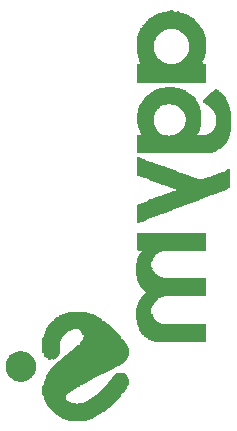
<source format=gbo>
G04*
G04 #@! TF.GenerationSoftware,Altium Limited,Altium Designer,22.1.2 (22)*
G04*
G04 Layer_Color=32896*
%FSLAX24Y24*%
%MOIN*%
G70*
G04*
G04 #@! TF.SameCoordinates,162C4C40-B8F5-4961-9C55-0291AD4F2388*
G04*
G04*
G04 #@! TF.FilePolarity,Positive*
G04*
G01*
G75*
G36*
X8444Y7268D02*
X8433Y7287D01*
X8414Y7295D01*
X8352Y7291D01*
X8305Y7295D01*
X8296Y7304D01*
X8292Y7312D01*
X8275Y7329D01*
X8267Y7333D01*
X8257Y7343D01*
X8246Y7362D01*
X8228Y7368D01*
X8201Y7364D01*
X8184Y7378D01*
X8172Y7397D01*
X8166Y7403D01*
X8159Y7407D01*
X8141Y7424D01*
X8138Y7432D01*
X8132Y7438D01*
X8124Y7441D01*
X8110Y7451D01*
X8107Y7467D01*
X8103Y7505D01*
X8097Y7511D01*
X8078Y7523D01*
X8072Y7528D01*
X8068Y7544D01*
X8072Y7559D01*
X8068Y7579D01*
X8062Y7584D01*
X8037Y7598D01*
X8033Y7613D01*
X8029Y7625D01*
X8033Y7636D01*
X8031Y7928D01*
X8035Y7947D01*
X8043Y7955D01*
X8062Y7967D01*
X8068Y7972D01*
X8072Y7988D01*
X8068Y8011D01*
X8078Y8028D01*
X8097Y8040D01*
X8107Y8050D01*
X8110Y8057D01*
X8124Y8071D01*
X8141Y8080D01*
X8145Y8096D01*
X8149Y8135D01*
X8159Y8144D01*
X8178Y8156D01*
X8192Y8177D01*
X8197Y8183D01*
X8248Y8187D01*
X8253Y8192D01*
X8267Y8218D01*
X8284Y8219D01*
X8313Y8218D01*
X8327Y8231D01*
X8331Y8239D01*
X8344Y8256D01*
X8369Y8258D01*
X8392Y8254D01*
X8414Y8252D01*
X8433Y8264D01*
X8439Y8270D01*
X8443Y8277D01*
X8452Y8291D01*
X8468Y8295D01*
X8524Y8293D01*
X8541Y8295D01*
X8553Y8291D01*
X8603Y8295D01*
X8622Y8283D01*
X8636Y8262D01*
X8641Y8256D01*
X8668Y8252D01*
X8684Y8256D01*
X8705Y8258D01*
X8724Y8254D01*
X8736Y8243D01*
X8748Y8223D01*
X8753Y8218D01*
X8790Y8219D01*
X8804Y8214D01*
X8819Y8191D01*
X8827Y8183D01*
X8834Y8179D01*
X8848Y8165D01*
X8852Y8158D01*
X8865Y8144D01*
X8873Y8140D01*
X8887Y8127D01*
X8890Y8119D01*
X8900Y8109D01*
X8908Y8106D01*
X8921Y8092D01*
X8925Y8084D01*
X8939Y8071D01*
X8946Y8067D01*
X8956Y8061D01*
X8960Y8046D01*
X8964Y8007D01*
X8973Y7997D01*
X8993Y7986D01*
X8999Y7969D01*
X8997Y7943D01*
X9002Y7930D01*
X9008Y7924D01*
X9027Y7913D01*
X9033Y7907D01*
X9037Y7880D01*
X9033Y7868D01*
X9035Y7650D01*
X9029Y7636D01*
X9020Y7627D01*
X9000Y7615D01*
X8995Y7598D01*
X8999Y7536D01*
X8981Y7515D01*
X8973Y7511D01*
X8960Y7497D01*
X8956Y7490D01*
X8946Y7480D01*
X8939Y7476D01*
X8925Y7467D01*
X8921Y7451D01*
X8923Y7426D01*
X8917Y7413D01*
X8912Y7407D01*
X8892Y7395D01*
X8887Y7389D01*
X8875Y7370D01*
X8858Y7364D01*
X8831Y7368D01*
X8813Y7355D01*
X8804Y7333D01*
X8788Y7329D01*
X8746Y7326D01*
X8726Y7295D01*
X8711Y7291D01*
X8647Y7293D01*
X8632Y7285D01*
X8618Y7260D01*
X8599Y7252D01*
X8537Y7256D01*
X8462Y7254D01*
X8446Y7262D01*
Y7266D01*
X8444Y7268D01*
D02*
G37*
G36*
X10306Y8997D02*
X10232Y8994D01*
X10219Y8980D01*
X10209Y8963D01*
X10194Y8959D01*
X10130Y8961D01*
X10116Y8951D01*
X10111Y8945D01*
X10107Y8938D01*
X10093Y8924D01*
X10085Y8920D01*
X10072Y8907D01*
X10068Y8899D01*
X10055Y8886D01*
X10047Y8882D01*
X10033Y8868D01*
X10029Y8860D01*
X10020Y8851D01*
X10012Y8847D01*
X9999Y8833D01*
X9995Y8826D01*
X9981Y8812D01*
X9973Y8808D01*
X9960Y8795D01*
X9956Y8787D01*
X9943Y8774D01*
X9925Y8764D01*
X9921Y8737D01*
X9925Y8725D01*
X9914Y8706D01*
X9908Y8700D01*
X9896Y8696D01*
X9887Y8687D01*
X9883Y8636D01*
X9877Y8631D01*
X9858Y8619D01*
X9848Y8609D01*
X9850Y8202D01*
X9840Y8189D01*
X9834Y8183D01*
X9815Y8171D01*
X9811Y8125D01*
X9802Y8111D01*
X9780Y8098D01*
X9761Y8075D01*
X9753Y8067D01*
X9746Y8063D01*
X9740Y8057D01*
X9728Y8038D01*
X9711Y8032D01*
X9672Y8028D01*
X9667Y8023D01*
X9655Y8003D01*
X9649Y7997D01*
X9634Y7994D01*
X9583Y7997D01*
X9462Y7996D01*
X9443Y8011D01*
X9431Y8030D01*
X9381Y8034D01*
X9369Y8046D01*
X9358Y8065D01*
X9338Y8077D01*
X9334Y8084D01*
X9327Y8092D01*
X9323Y8100D01*
X9317Y8106D01*
X9298Y8117D01*
X9292Y8135D01*
X9294Y8198D01*
X9278Y8218D01*
X9259Y8229D01*
X9253Y8250D01*
X9257Y8301D01*
X9255Y8716D01*
X9261Y8729D01*
X9267Y8735D01*
X9286Y8747D01*
X9292Y8752D01*
X9296Y8768D01*
X9292Y8830D01*
X9305Y8847D01*
X9325Y8858D01*
X9331Y8864D01*
X9329Y8936D01*
X9334Y8949D01*
X9344Y8959D01*
X9363Y8970D01*
X9369Y8988D01*
X9365Y9015D01*
X9375Y9028D01*
X9383Y9032D01*
X9404Y9050D01*
X9408Y9057D01*
X9421Y9071D01*
X9429Y9075D01*
X9443Y9088D01*
X9446Y9135D01*
X9456Y9144D01*
X9464Y9148D01*
X9481Y9165D01*
X9485Y9173D01*
X9491Y9179D01*
X9499Y9183D01*
X9516Y9200D01*
X9520Y9208D01*
X9529Y9218D01*
X9537Y9221D01*
X9555Y9239D01*
X9558Y9247D01*
X9568Y9256D01*
X9576Y9260D01*
X9589Y9274D01*
X9593Y9281D01*
X9603Y9291D01*
X9611Y9295D01*
X9628Y9312D01*
X9632Y9320D01*
X9641Y9330D01*
X9649Y9333D01*
X9667Y9351D01*
X9670Y9358D01*
X9680Y9368D01*
X9688Y9372D01*
X9701Y9386D01*
X9705Y9393D01*
X9715Y9403D01*
X9730Y9407D01*
X9746Y9403D01*
X9761Y9407D01*
X9775Y9420D01*
X9778Y9428D01*
X9792Y9442D01*
X9800Y9445D01*
X9809Y9455D01*
X9813Y9463D01*
X9823Y9476D01*
X9838Y9480D01*
X9863Y9478D01*
X9877Y9484D01*
X9883Y9490D01*
X9894Y9509D01*
X9900Y9515D01*
X9927Y9519D01*
X9954Y9515D01*
X9985Y9519D01*
X9995Y9528D01*
X10006Y9548D01*
X10012Y9553D01*
X10084Y9552D01*
X10097Y9557D01*
X10107Y9567D01*
X10118Y9586D01*
X10136Y9592D01*
X10221Y9588D01*
X10721Y9590D01*
X10734Y9581D01*
X10748Y9559D01*
X10753Y9553D01*
X10780Y9550D01*
X10796Y9553D01*
X10838Y9550D01*
X10848Y9540D01*
X10860Y9521D01*
X10877Y9515D01*
X10937Y9517D01*
X10950Y9511D01*
X10960Y9501D01*
X10972Y9482D01*
X10989Y9476D01*
X11000Y9480D01*
X11024Y9476D01*
X11029Y9470D01*
X11033Y9463D01*
X11051Y9442D01*
X11058Y9438D01*
X11072Y9424D01*
X11076Y9416D01*
X11085Y9407D01*
X11101Y9403D01*
X11124Y9407D01*
X11141Y9397D01*
X11157Y9370D01*
X11207Y9366D01*
X11219Y9355D01*
X11230Y9335D01*
X11253Y9320D01*
X11257Y9312D01*
X11271Y9295D01*
X11284Y9293D01*
X11313Y9295D01*
X11327Y9285D01*
X11338Y9266D01*
X11348Y9256D01*
X11356Y9252D01*
X11369Y9239D01*
X11373Y9231D01*
X11383Y9221D01*
X11390Y9218D01*
X11404Y9204D01*
X11408Y9196D01*
X11414Y9187D01*
X11429Y9183D01*
X11468Y9179D01*
X11477Y9169D01*
X11481Y9162D01*
X11487Y9152D01*
X11495Y9148D01*
X11512Y9135D01*
X11516Y9127D01*
X11537Y9106D01*
X11545Y9102D01*
X11551Y9096D01*
X11555Y9088D01*
X11576Y9067D01*
X11584Y9063D01*
X11593Y9050D01*
X11611Y9032D01*
X11618Y9028D01*
X11624Y9023D01*
X11628Y9015D01*
X11649Y8994D01*
X11657Y8990D01*
X11663Y8984D01*
X11667Y8976D01*
X11684Y8959D01*
X11692Y8955D01*
X11697Y8949D01*
X11701Y8942D01*
X11723Y8920D01*
X11730Y8916D01*
X11736Y8911D01*
X11740Y8903D01*
X11761Y8882D01*
X11769Y8878D01*
X11788Y8855D01*
X11796Y8847D01*
X11804Y8843D01*
X11809Y8837D01*
X11813Y8830D01*
X11834Y8808D01*
X11842Y8804D01*
X11848Y8799D01*
X11852Y8791D01*
X11862Y8777D01*
X11881Y8766D01*
X11887Y8760D01*
X11890Y8710D01*
X11914Y8694D01*
X11925Y8683D01*
X11929Y8675D01*
X11939Y8665D01*
X11946Y8662D01*
X11960Y8648D01*
X11964Y8640D01*
X11977Y8627D01*
X11985Y8623D01*
X11995Y8617D01*
X11999Y8602D01*
X12002Y8563D01*
X12012Y8553D01*
X12029Y8544D01*
X12033Y8536D01*
X12047Y8519D01*
X12055Y8515D01*
X12072Y8501D01*
X12076Y8451D01*
X12082Y8445D01*
X12107Y8432D01*
X12111Y8416D01*
X12114Y8378D01*
X12124Y8368D01*
X12143Y8357D01*
X12149Y8335D01*
X12145Y8285D01*
X12147Y8129D01*
X12140Y8113D01*
X12112Y8098D01*
X12109Y8048D01*
X12097Y8036D01*
X12089Y8032D01*
X12080Y8026D01*
X12076Y8019D01*
X12068Y8011D01*
X12064Y8003D01*
X12051Y7994D01*
X12033Y7976D01*
X12029Y7969D01*
X12024Y7963D01*
X12016Y7959D01*
X11995Y7938D01*
X11991Y7930D01*
X11977Y7920D01*
X11960Y7903D01*
X11956Y7895D01*
X11950Y7889D01*
X11943Y7885D01*
X11935Y7878D01*
X11929Y7876D01*
X11925Y7868D01*
X11908Y7847D01*
X11858Y7843D01*
X11844Y7822D01*
X11834Y7812D01*
X11827Y7808D01*
X11813Y7795D01*
X11809Y7787D01*
X11804Y7777D01*
X11788Y7774D01*
X11750Y7770D01*
X11740Y7760D01*
X11728Y7741D01*
X11711Y7735D01*
X11695Y7739D01*
X11676Y7735D01*
X11667Y7725D01*
X11657Y7704D01*
X11641Y7700D01*
X11599Y7696D01*
X11580Y7665D01*
X11564Y7662D01*
X11526Y7658D01*
X11520Y7652D01*
X11508Y7633D01*
X11502Y7627D01*
X11452Y7623D01*
X11446Y7617D01*
X11433Y7592D01*
X11417Y7588D01*
X11379Y7584D01*
X11369Y7575D01*
X11358Y7555D01*
X11340Y7550D01*
X11325Y7553D01*
X11306Y7550D01*
X11300Y7544D01*
X11296Y7536D01*
X11286Y7519D01*
X11271Y7515D01*
X11232Y7511D01*
X11223Y7501D01*
X11211Y7482D01*
X11194Y7476D01*
X11155Y7472D01*
X11149Y7467D01*
X11138Y7447D01*
X11132Y7441D01*
X11082Y7438D01*
X11076Y7432D01*
X11062Y7407D01*
X11047Y7403D01*
X11008Y7399D01*
X10999Y7389D01*
X10987Y7370D01*
X10970Y7364D01*
X10943Y7368D01*
X10929Y7358D01*
X10925Y7351D01*
X10916Y7333D01*
X10900Y7329D01*
X10862Y7326D01*
X10852Y7316D01*
X10840Y7297D01*
X10823Y7291D01*
X10798Y7293D01*
X10784Y7287D01*
X10778Y7281D01*
X10767Y7262D01*
X10761Y7256D01*
X10753Y7252D01*
X10744Y7246D01*
X10740Y7239D01*
X10723Y7218D01*
X10672Y7214D01*
X10653Y7183D01*
X10638Y7179D01*
X10611Y7183D01*
X10593Y7169D01*
X10582Y7150D01*
X10576Y7144D01*
X10526Y7140D01*
X10520Y7135D01*
X10508Y7115D01*
X10502Y7109D01*
X10495Y7106D01*
X10477Y7088D01*
X10473Y7080D01*
X10464Y7071D01*
X10417Y7067D01*
X10404Y7053D01*
X10400Y7042D01*
X10390Y7032D01*
X10340Y7028D01*
X10334Y7023D01*
X10323Y7003D01*
X10317Y6997D01*
X10309Y6994D01*
X10292Y6976D01*
X10288Y6968D01*
X10278Y6959D01*
X10228Y6955D01*
X10213Y6932D01*
X10201Y6920D01*
X10194Y6916D01*
X10184Y6907D01*
X10180Y6899D01*
X10170Y6885D01*
X10120Y6882D01*
X10111Y6872D01*
X10099Y6853D01*
X10076Y6837D01*
X10072Y6829D01*
X10062Y6816D01*
X10055Y6812D01*
X10037Y6799D01*
X10033Y6783D01*
X10035Y6731D01*
X10033Y6679D01*
X10051Y6662D01*
X10058Y6658D01*
X10072Y6644D01*
X10076Y6636D01*
X10085Y6627D01*
X10101Y6623D01*
X10116Y6627D01*
X10136Y6623D01*
X10141Y6617D01*
X10157Y6590D01*
X10207Y6586D01*
X10219Y6575D01*
X10230Y6555D01*
X10248Y6550D01*
X10284Y6551D01*
X10313Y6550D01*
X10325Y6553D01*
X10356Y6550D01*
X10365Y6540D01*
X10377Y6521D01*
X10383Y6515D01*
X10398Y6511D01*
X10425Y6515D01*
X10435Y6521D01*
X10439Y6528D01*
X10456Y6550D01*
X10472Y6553D01*
X10533Y6550D01*
X10566Y6551D01*
X10607Y6550D01*
X10624Y6563D01*
X10636Y6582D01*
X10641Y6588D01*
X10692Y6592D01*
X10697Y6598D01*
X10711Y6623D01*
X10738Y6627D01*
X10750Y6623D01*
X10771Y6633D01*
X10786Y6660D01*
X10836Y6663D01*
X10848Y6675D01*
X10860Y6694D01*
X10883Y6710D01*
X10887Y6718D01*
X10900Y6735D01*
X10916Y6739D01*
X10927Y6735D01*
X10950Y6739D01*
X10956Y6745D01*
X10968Y6764D01*
X10977Y6773D01*
X10985Y6777D01*
X10999Y6791D01*
X11008Y6808D01*
X11024Y6812D01*
X11051Y6808D01*
X11072Y6826D01*
X11082Y6843D01*
X11089Y6847D01*
X11107Y6860D01*
X11111Y6868D01*
X11116Y6878D01*
X11124Y6882D01*
X11132Y6889D01*
X11140Y6893D01*
X11149Y6907D01*
X11155Y6916D01*
X11163Y6920D01*
X11180Y6934D01*
X11184Y6941D01*
X11205Y6963D01*
X11213Y6967D01*
X11232Y6990D01*
X11244Y7001D01*
X11251Y7005D01*
X11271Y7028D01*
X11279Y7036D01*
X11286Y7040D01*
X11292Y7046D01*
X11296Y7053D01*
X11302Y7063D01*
X11309Y7067D01*
X11317Y7075D01*
X11325Y7079D01*
X11334Y7092D01*
X11340Y7102D01*
X11348Y7106D01*
X11365Y7119D01*
X11369Y7127D01*
X11390Y7148D01*
X11398Y7152D01*
X11404Y7158D01*
X11408Y7165D01*
X11417Y7179D01*
X11437Y7190D01*
X11443Y7196D01*
X11446Y7246D01*
X11470Y7262D01*
X11481Y7274D01*
X11485Y7281D01*
X11495Y7291D01*
X11502Y7295D01*
X11516Y7308D01*
X11520Y7316D01*
X11533Y7329D01*
X11551Y7339D01*
X11555Y7355D01*
X11558Y7393D01*
X11568Y7403D01*
X11585Y7413D01*
X11589Y7420D01*
X11603Y7438D01*
X11611Y7441D01*
X11632Y7463D01*
X11636Y7470D01*
X11641Y7476D01*
X11649Y7480D01*
X11659Y7486D01*
X11663Y7494D01*
X11676Y7511D01*
X11684Y7515D01*
X11697Y7524D01*
X11701Y7532D01*
X11715Y7550D01*
X11730Y7553D01*
X11779Y7552D01*
X11919Y7553D01*
X11931Y7550D01*
X11958Y7553D01*
X11985Y7550D01*
X11995Y7540D01*
X11999Y7532D01*
X12020Y7511D01*
X12028Y7507D01*
X12033Y7501D01*
X12037Y7494D01*
X12055Y7476D01*
X12062Y7472D01*
X12068Y7467D01*
X12072Y7459D01*
X12080Y7451D01*
X12082Y7445D01*
X12089Y7441D01*
X12111Y7424D01*
X12114Y7374D01*
X12145Y7355D01*
X12149Y7328D01*
X12145Y7301D01*
X12147Y7163D01*
X12138Y7150D01*
X12114Y7135D01*
X12111Y7127D01*
X12097Y7109D01*
X12078Y7098D01*
X12072Y7092D01*
X12068Y7042D01*
X12062Y7036D01*
X12043Y7024D01*
X12037Y7019D01*
X12033Y7011D01*
X12016Y6994D01*
X12008Y6990D01*
X11999Y6980D01*
X11995Y6934D01*
X11985Y6924D01*
X11977Y6920D01*
X11960Y6903D01*
X11956Y6895D01*
X11946Y6885D01*
X11939Y6882D01*
X11921Y6864D01*
X11918Y6857D01*
X11908Y6847D01*
X11890Y6837D01*
X11887Y6822D01*
X11883Y6783D01*
X11877Y6777D01*
X11869Y6773D01*
X11852Y6760D01*
X11848Y6752D01*
X11842Y6743D01*
X11834Y6739D01*
X11817Y6725D01*
X11813Y6718D01*
X11792Y6696D01*
X11784Y6692D01*
X11779Y6687D01*
X11775Y6679D01*
X11753Y6658D01*
X11746Y6654D01*
X11736Y6640D01*
X11719Y6623D01*
X11711Y6619D01*
X11705Y6613D01*
X11701Y6606D01*
X11680Y6584D01*
X11672Y6580D01*
X11667Y6575D01*
X11663Y6567D01*
X11657Y6557D01*
X11649Y6553D01*
X11641Y6546D01*
X11634Y6542D01*
X11624Y6528D01*
X11607Y6511D01*
X11599Y6507D01*
X11593Y6501D01*
X11589Y6494D01*
X11584Y6484D01*
X11576Y6480D01*
X11568Y6472D01*
X11560Y6468D01*
X11551Y6455D01*
X11545Y6445D01*
X11537Y6441D01*
X11520Y6428D01*
X11516Y6420D01*
X11510Y6411D01*
X11502Y6407D01*
X11495Y6399D01*
X11487Y6395D01*
X11481Y6389D01*
X11470Y6370D01*
X11452Y6364D01*
X11427Y6366D01*
X11414Y6360D01*
X11398Y6337D01*
X11390Y6329D01*
X11383Y6326D01*
X11365Y6308D01*
X11362Y6301D01*
X11356Y6295D01*
X11348Y6291D01*
X11331Y6273D01*
X11327Y6266D01*
X11317Y6256D01*
X11302Y6252D01*
X11286Y6256D01*
X11271Y6252D01*
X11257Y6239D01*
X11253Y6231D01*
X11240Y6218D01*
X11232Y6214D01*
X11223Y6204D01*
X11219Y6196D01*
X11209Y6183D01*
X11194Y6179D01*
X11168Y6181D01*
X11155Y6175D01*
X11149Y6169D01*
X11138Y6150D01*
X11132Y6144D01*
X11082Y6140D01*
X11066Y6117D01*
X11055Y6106D01*
X11047Y6102D01*
X11033Y6088D01*
X11024Y6071D01*
X11000Y6067D01*
X10989Y6071D01*
X10973Y6067D01*
X10964Y6057D01*
X10952Y6038D01*
X10946Y6032D01*
X10919Y6028D01*
X10908Y6032D01*
X10881Y6036D01*
X10869Y6032D01*
X10862Y6028D01*
X10852Y6019D01*
X10848Y6011D01*
X10838Y5997D01*
X10823Y5994D01*
X10759Y5996D01*
X10744Y5988D01*
X10730Y5963D01*
X10711Y5955D01*
X10649Y5959D01*
X10130Y5957D01*
X10114Y5965D01*
X10101Y5990D01*
X10082Y5997D01*
X10016Y5994D01*
X10002Y6003D01*
X9999Y6011D01*
X9981Y6032D01*
X9954Y6036D01*
X9943Y6032D01*
X9916Y6028D01*
X9904Y6032D01*
X9896Y6036D01*
X9890Y6042D01*
X9887Y6050D01*
X9873Y6067D01*
X9858Y6071D01*
X9834Y6067D01*
X9817Y6077D01*
X9805Y6096D01*
X9796Y6106D01*
X9788Y6109D01*
X9775Y6123D01*
X9765Y6140D01*
X9750Y6144D01*
X9711Y6148D01*
X9701Y6158D01*
X9692Y6175D01*
X9684Y6179D01*
X9667Y6192D01*
X9663Y6200D01*
X9657Y6210D01*
X9649Y6214D01*
X9641Y6221D01*
X9634Y6225D01*
X9624Y6239D01*
X9618Y6248D01*
X9611Y6252D01*
X9603Y6260D01*
X9595Y6264D01*
X9585Y6277D01*
X9568Y6295D01*
X9560Y6299D01*
X9551Y6312D01*
X9545Y6322D01*
X9537Y6326D01*
X9529Y6333D01*
X9522Y6337D01*
X9512Y6351D01*
X9506Y6360D01*
X9499Y6364D01*
X9491Y6372D01*
X9485Y6374D01*
X9481Y6382D01*
X9473Y6389D01*
X9472Y6395D01*
X9464Y6399D01*
X9456Y6407D01*
X9448Y6411D01*
X9433Y6434D01*
X9406Y6453D01*
X9402Y6499D01*
X9394Y6511D01*
X9369Y6524D01*
X9365Y6548D01*
X9369Y6559D01*
X9365Y6575D01*
X9352Y6588D01*
X9333Y6600D01*
X9329Y6650D01*
X9321Y6658D01*
X9302Y6669D01*
X9292Y6679D01*
X9294Y6789D01*
X9286Y6804D01*
X9278Y6808D01*
X9261Y6818D01*
X9253Y6837D01*
X9257Y6899D01*
X9255Y7121D01*
X9261Y7135D01*
X9267Y7140D01*
X9275Y7144D01*
X9292Y7158D01*
X9296Y7185D01*
X9292Y7212D01*
X9296Y7281D01*
X9302Y7287D01*
X9309Y7291D01*
X9327Y7301D01*
X9331Y7316D01*
X9334Y7358D01*
X9365Y7378D01*
X9369Y7393D01*
X9365Y7455D01*
X9375Y7472D01*
X9394Y7484D01*
X9404Y7494D01*
X9408Y7501D01*
X9421Y7515D01*
X9429Y7519D01*
X9439Y7524D01*
X9443Y7540D01*
X9446Y7579D01*
X9456Y7588D01*
X9464Y7592D01*
X9473Y7598D01*
X9477Y7606D01*
X9491Y7623D01*
X9499Y7627D01*
X9516Y7640D01*
X9520Y7691D01*
X9526Y7696D01*
X9545Y7708D01*
X9551Y7714D01*
X9555Y7721D01*
X9572Y7739D01*
X9580Y7743D01*
X9589Y7752D01*
X9593Y7760D01*
X9611Y7777D01*
X9618Y7781D01*
X9624Y7787D01*
X9628Y7795D01*
X9645Y7812D01*
X9653Y7816D01*
X9663Y7826D01*
X9667Y7833D01*
X9684Y7851D01*
X9692Y7855D01*
X9697Y7860D01*
X9701Y7868D01*
X9722Y7889D01*
X9730Y7893D01*
X9736Y7899D01*
X9740Y7907D01*
X9757Y7924D01*
X9765Y7928D01*
X9775Y7938D01*
X9786Y7957D01*
X9836Y7961D01*
X9844Y7969D01*
X9848Y7976D01*
X9861Y7994D01*
X9869Y7997D01*
X9890Y8019D01*
X9894Y8026D01*
X9900Y8032D01*
X9908Y8036D01*
X9925Y8053D01*
X9929Y8061D01*
X9935Y8067D01*
X9943Y8071D01*
X9964Y8092D01*
X9968Y8100D01*
X9973Y8106D01*
X9981Y8109D01*
X9991Y8115D01*
X9995Y8123D01*
X10012Y8144D01*
X10062Y8148D01*
X10078Y8171D01*
X10089Y8183D01*
X10097Y8187D01*
X10107Y8196D01*
X10111Y8204D01*
X10128Y8221D01*
X10136Y8225D01*
X10145Y8235D01*
X10149Y8243D01*
X10163Y8256D01*
X10170Y8260D01*
X10184Y8274D01*
X10194Y8291D01*
X10209Y8295D01*
X10236Y8291D01*
X10253Y8304D01*
X10257Y8312D01*
X10267Y8326D01*
X10275Y8330D01*
X10288Y8339D01*
X10292Y8347D01*
X10300Y8355D01*
X10302Y8360D01*
X10309Y8364D01*
X10317Y8372D01*
X10325Y8376D01*
X10344Y8399D01*
X10356Y8411D01*
X10361Y8413D01*
X10365Y8420D01*
X10373Y8428D01*
X10377Y8436D01*
X10400Y8451D01*
X10404Y8459D01*
X10417Y8476D01*
X10433Y8480D01*
X10456Y8476D01*
X10473Y8486D01*
X10477Y8494D01*
X10495Y8515D01*
X10512Y8525D01*
X10516Y8540D01*
X10520Y8579D01*
X10529Y8588D01*
X10549Y8600D01*
X10564Y8623D01*
X10572Y8627D01*
X10589Y8640D01*
X10593Y8667D01*
X10589Y8694D01*
X10593Y8725D01*
X10607Y8739D01*
X10624Y8748D01*
X10632Y8775D01*
X10626Y8797D01*
X10614Y8808D01*
X10595Y8820D01*
X10589Y8837D01*
X10585Y8876D01*
X10576Y8886D01*
X10564Y8889D01*
X10555Y8899D01*
X10551Y8914D01*
X10555Y8942D01*
X10541Y8959D01*
X10491Y8963D01*
X10481Y8972D01*
X10470Y8992D01*
X10464Y8997D01*
X10309D01*
X10306D01*
D02*
G37*
G36*
X12479Y11496D02*
X12485Y11509D01*
X12508Y11525D01*
X12516Y11532D01*
X12520Y11540D01*
X12537Y11557D01*
X12545Y11561D01*
X12551Y11567D01*
X12555Y11575D01*
X12564Y11584D01*
X12584Y11596D01*
X12589Y11602D01*
X12585Y11625D01*
X12580Y11631D01*
X12483Y11627D01*
X12472Y11631D01*
X12460Y11627D01*
X12418Y11631D01*
X12408Y11640D01*
X12404Y11656D01*
X12406Y11712D01*
X12404Y12135D01*
X12408Y12146D01*
X12404Y12196D01*
X12414Y12218D01*
X12429Y12221D01*
X14696Y12218D01*
X14701Y12212D01*
X14705Y12185D01*
X14703Y12144D01*
X14705Y11706D01*
X14701Y11694D01*
X14705Y11679D01*
X14701Y11640D01*
X14692Y11631D01*
X14676Y11627D01*
X13277Y11629D01*
X13263Y11619D01*
X13250Y11598D01*
X13244Y11592D01*
X13217Y11588D01*
X13190Y11592D01*
X13159Y11588D01*
X13149Y11579D01*
X13138Y11559D01*
X13114Y11544D01*
X13111Y11536D01*
X13097Y11519D01*
X13082Y11515D01*
X13066Y11519D01*
X13047Y11515D01*
X13041Y11509D01*
X13029Y11490D01*
X13020Y11480D01*
X13002Y11471D01*
X12999Y11455D01*
X12995Y11416D01*
X12989Y11411D01*
X12981Y11407D01*
X12964Y11393D01*
X12960Y11386D01*
X12950Y11372D01*
X12943Y11368D01*
X12925Y11355D01*
X12921Y11328D01*
X12925Y11312D01*
X12921Y11270D01*
X12912Y11260D01*
X12892Y11248D01*
X12887Y11231D01*
X12890Y11084D01*
X12900Y11075D01*
X12919Y11063D01*
X12925Y11057D01*
X12923Y10986D01*
X12929Y10972D01*
X12939Y10963D01*
X12946Y10959D01*
X12964Y10942D01*
X12968Y10934D01*
X12977Y10924D01*
X12997Y10913D01*
X13001Y10862D01*
X13004Y10855D01*
X13020Y10851D01*
X13062Y10847D01*
X13068Y10841D01*
X13072Y10833D01*
X13085Y10816D01*
X13093Y10812D01*
X13111Y10795D01*
X13114Y10787D01*
X13124Y10777D01*
X13140Y10774D01*
X13151Y10777D01*
X13174Y10774D01*
X13180Y10768D01*
X13194Y10743D01*
X13224Y10735D01*
X13236Y10739D01*
X13267Y10743D01*
X13292Y10729D01*
X13304Y10710D01*
X13313Y10700D01*
X13373Y10702D01*
X14649Y10700D01*
X14661Y10704D01*
X14692Y10700D01*
X14701Y10691D01*
X14705Y10675D01*
X14703Y10623D01*
X14705Y10189D01*
X14701Y10177D01*
X14705Y10150D01*
X14701Y10119D01*
X14696Y10113D01*
X14669Y10106D01*
X14653Y10109D01*
X13306Y10106D01*
X13300Y10100D01*
X13288Y10081D01*
X13279Y10071D01*
X13207Y10073D01*
X13194Y10067D01*
X13188Y10061D01*
X13176Y10042D01*
X13170Y10036D01*
X13155Y10032D01*
X13143Y10036D01*
X13120Y10032D01*
X13114Y10026D01*
X13103Y10007D01*
X13093Y9998D01*
X13085Y9994D01*
X13072Y9980D01*
X13068Y9972D01*
X13058Y9963D01*
X13051Y9959D01*
X13037Y9945D01*
X13033Y9938D01*
X13020Y9924D01*
X13012Y9920D01*
X12999Y9907D01*
X12995Y9899D01*
X12981Y9886D01*
X12964Y9876D01*
X12960Y9849D01*
X12964Y9837D01*
X12952Y9818D01*
X12946Y9812D01*
X12927Y9801D01*
X12923Y9754D01*
X12916Y9743D01*
X12896Y9731D01*
X12887Y9721D01*
X12890Y9528D01*
X12900Y9519D01*
X12919Y9507D01*
X12925Y9501D01*
X12929Y9451D01*
X12935Y9445D01*
X12954Y9434D01*
X12960Y9428D01*
X12964Y9413D01*
X12960Y9397D01*
X12964Y9382D01*
X12977Y9368D01*
X12985Y9364D01*
X12999Y9351D01*
X13002Y9343D01*
X13016Y9330D01*
X13024Y9326D01*
X13037Y9312D01*
X13041Y9304D01*
X13051Y9295D01*
X13058Y9291D01*
X13072Y9277D01*
X13076Y9270D01*
X13089Y9256D01*
X13136Y9252D01*
X13145Y9243D01*
X13157Y9223D01*
X13174Y9218D01*
X13201Y9221D01*
X13219Y9208D01*
X13230Y9189D01*
X13236Y9183D01*
X13259Y9179D01*
X13271Y9183D01*
X14696Y9179D01*
X14705Y9158D01*
X14703Y9106D01*
X14705Y8667D01*
X14701Y8656D01*
X14705Y8640D01*
X14701Y8602D01*
X14688Y8588D01*
X12974Y8592D01*
X12964Y8602D01*
X12952Y8621D01*
X12946Y8627D01*
X12875Y8625D01*
X12862Y8631D01*
X12852Y8640D01*
X12840Y8660D01*
X12823Y8665D01*
X12807Y8662D01*
X12788Y8665D01*
X12779Y8675D01*
X12767Y8694D01*
X12761Y8700D01*
X12753Y8704D01*
X12744Y8710D01*
X12740Y8718D01*
X12723Y8739D01*
X12690Y8737D01*
X12676Y8743D01*
X12667Y8752D01*
X12663Y8760D01*
X12649Y8774D01*
X12641Y8777D01*
X12628Y8791D01*
X12624Y8799D01*
X12611Y8812D01*
X12603Y8816D01*
X12593Y8826D01*
X12589Y8833D01*
X12572Y8851D01*
X12564Y8855D01*
X12555Y8864D01*
X12551Y8911D01*
X12541Y8920D01*
X12533Y8924D01*
X12516Y8942D01*
X12512Y8949D01*
X12502Y8959D01*
X12483Y8970D01*
X12477Y8992D01*
X12481Y9053D01*
X12464Y9071D01*
X12446Y9081D01*
X12443Y9096D01*
X12439Y9135D01*
X12429Y9144D01*
X12410Y9156D01*
X12404Y9173D01*
X12408Y9231D01*
X12404Y9243D01*
X12408Y9308D01*
X12398Y9326D01*
X12373Y9339D01*
X12365Y9366D01*
X12369Y9382D01*
X12367Y9677D01*
X12373Y9691D01*
X12383Y9700D01*
X12402Y9712D01*
X12408Y9729D01*
X12404Y9791D01*
X12421Y9812D01*
X12441Y9824D01*
X12445Y9839D01*
X12446Y9857D01*
X12443Y9868D01*
X12441Y9893D01*
X12445Y9909D01*
X12448Y9916D01*
X12456Y9920D01*
X12477Y9934D01*
X12481Y9949D01*
X12479Y9974D01*
X12485Y9988D01*
X12495Y9998D01*
X12512Y10007D01*
X12516Y10015D01*
X12529Y10032D01*
X12549Y10044D01*
X12555Y10050D01*
X12558Y10100D01*
X12564Y10106D01*
X12584Y10117D01*
X12589Y10123D01*
X12593Y10131D01*
X12611Y10148D01*
X12618Y10152D01*
X12628Y10162D01*
X12632Y10169D01*
X12649Y10187D01*
X12657Y10191D01*
X12663Y10196D01*
X12667Y10204D01*
X12676Y10214D01*
X12696Y10225D01*
X12701Y10231D01*
X12697Y10250D01*
X12692Y10256D01*
X12684Y10260D01*
X12663Y10277D01*
X12653Y10291D01*
X12645Y10295D01*
X12624Y10316D01*
X12620Y10324D01*
X12614Y10330D01*
X12607Y10333D01*
X12589Y10351D01*
X12585Y10359D01*
X12580Y10364D01*
X12572Y10368D01*
X12551Y10389D01*
X12547Y10397D01*
X12541Y10403D01*
X12533Y10407D01*
X12520Y10416D01*
X12516Y10432D01*
X12512Y10470D01*
X12506Y10476D01*
X12487Y10488D01*
X12481Y10494D01*
X12479Y10511D01*
X12481Y10536D01*
X12472Y10550D01*
X12445Y10565D01*
X12441Y10615D01*
X12429Y10627D01*
X12410Y10638D01*
X12404Y10656D01*
X12406Y10700D01*
X12404Y10718D01*
X12408Y10729D01*
X12404Y10764D01*
X12394Y10774D01*
X12375Y10785D01*
X12369Y10791D01*
X12365Y10814D01*
X12369Y10826D01*
X12367Y11194D01*
X12375Y11214D01*
X12402Y11233D01*
X12408Y11250D01*
X12406Y11295D01*
X12408Y11312D01*
X12404Y11324D01*
X12408Y11355D01*
X12421Y11368D01*
X12441Y11380D01*
X12445Y11430D01*
X12456Y11442D01*
X12475Y11453D01*
X12481Y11471D01*
X12477Y11494D01*
X12479Y11496D01*
D02*
G37*
G36*
X13165Y12814D02*
X13151Y12812D01*
X13140Y12816D01*
X13120Y12812D01*
X13114Y12806D01*
X13101Y12781D01*
X13074Y12774D01*
X13047Y12777D01*
X13029Y12779D01*
X13014Y12776D01*
X13002Y12768D01*
X12991Y12749D01*
X12981Y12739D01*
X12910Y12741D01*
X12896Y12735D01*
X12890Y12729D01*
X12879Y12710D01*
X12873Y12704D01*
X12823Y12700D01*
X12804Y12669D01*
X12788Y12665D01*
X12728Y12667D01*
X12709Y12660D01*
X12705Y12652D01*
X12692Y12631D01*
X12668Y12627D01*
X12657Y12631D01*
X12641Y12627D01*
X12628Y12613D01*
X12616Y12594D01*
X12601Y12590D01*
X12584Y12588D01*
X12572Y12592D01*
X12547Y12594D01*
X12531Y12590D01*
X12520Y12579D01*
X12516Y12571D01*
X12506Y12557D01*
X12491Y12554D01*
X12418Y12557D01*
X12408Y12567D01*
X12404Y12582D01*
X12406Y12638D01*
X12404Y13057D01*
X12408Y13069D01*
X12404Y13127D01*
X12418Y13144D01*
X12425Y13148D01*
X12439Y13158D01*
X12450Y13177D01*
X12456Y13183D01*
X12472Y13187D01*
X12495Y13183D01*
X12512Y13193D01*
X12526Y13218D01*
X12553Y13225D01*
X12580Y13221D01*
X12618Y13225D01*
X12624Y13231D01*
X12636Y13250D01*
X12645Y13260D01*
X12717Y13258D01*
X12730Y13264D01*
X12736Y13270D01*
X12748Y13289D01*
X12753Y13295D01*
X12767Y13297D01*
X12796Y13295D01*
X12809Y13305D01*
X12823Y13330D01*
X12838Y13333D01*
X12850Y13337D01*
X12862Y13333D01*
X12896Y13330D01*
X12921Y13343D01*
X12935Y13368D01*
X12950Y13372D01*
X12977Y13368D01*
X12999Y13386D01*
X13010Y13405D01*
X13026Y13409D01*
X13043Y13411D01*
X13055Y13407D01*
X13097Y13411D01*
X13111Y13424D01*
X13120Y13442D01*
X13136Y13445D01*
X13199Y13444D01*
X13213Y13449D01*
X13219Y13455D01*
X13228Y13476D01*
X13250Y13482D01*
X13279Y13480D01*
X13292Y13494D01*
X13296Y13501D01*
X13306Y13515D01*
X13321Y13519D01*
X13333Y13523D01*
X13344Y13519D01*
X13379Y13515D01*
X13400Y13525D01*
X13404Y13532D01*
X13418Y13554D01*
X13433Y13557D01*
X13499Y13554D01*
X13512Y13563D01*
X13516Y13571D01*
X13526Y13588D01*
X13541Y13592D01*
X13580Y13596D01*
X13589Y13606D01*
X13601Y13625D01*
X13607Y13631D01*
X13653Y13627D01*
X13665Y13623D01*
X13690Y13629D01*
X13701Y13637D01*
X13697Y13664D01*
X13692Y13669D01*
X13638Y13673D01*
X13632Y13679D01*
X13628Y13687D01*
X13611Y13704D01*
X13543Y13702D01*
X13524Y13710D01*
X13520Y13718D01*
X13506Y13739D01*
X13491Y13743D01*
X13464Y13739D01*
X13446Y13752D01*
X13435Y13772D01*
X13429Y13777D01*
X13398Y13781D01*
X13387Y13777D01*
X13365Y13776D01*
X13346Y13779D01*
X13335Y13791D01*
X13331Y13799D01*
X13321Y13812D01*
X13306Y13816D01*
X13242Y13814D01*
X13228Y13824D01*
X13223Y13830D01*
X13211Y13849D01*
X13161Y13853D01*
X13149Y13864D01*
X13138Y13884D01*
X13132Y13889D01*
X13060Y13888D01*
X13047Y13893D01*
X13037Y13903D01*
X13026Y13922D01*
X13008Y13928D01*
X12946Y13924D01*
X12925Y13942D01*
X12916Y13959D01*
X12889Y13967D01*
X12862Y13963D01*
X12846Y13959D01*
X12835Y13963D01*
X12817Y13972D01*
X12804Y13998D01*
X12788Y14001D01*
X12763Y14000D01*
X12750Y14005D01*
X12740Y14015D01*
X12728Y14034D01*
X12707Y14040D01*
X12657Y14036D01*
X12641Y14040D01*
X12628Y14054D01*
X12618Y14071D01*
X12603Y14075D01*
X12543Y14073D01*
X12524Y14081D01*
X12520Y14088D01*
X12502Y14110D01*
X12487Y14113D01*
X12425Y14110D01*
X12408Y14123D01*
X12404Y14138D01*
X12406Y14194D01*
X12404Y14656D01*
X12408Y14667D01*
X12404Y14718D01*
X12416Y14737D01*
X12433Y14743D01*
X12506Y14739D01*
X12512Y14733D01*
X12526Y14708D01*
X12541Y14704D01*
X12580Y14700D01*
X12589Y14691D01*
X12601Y14671D01*
X12618Y14666D01*
X12680Y14669D01*
X12701Y14652D01*
X12705Y14644D01*
X12711Y14635D01*
X12738Y14627D01*
X12777Y14631D01*
X12804Y14627D01*
X12809Y14621D01*
X12821Y14602D01*
X12831Y14592D01*
X12902Y14594D01*
X12916Y14588D01*
X12921Y14583D01*
X12933Y14563D01*
X12939Y14557D01*
X12952Y14555D01*
X12981Y14557D01*
X12995Y14548D01*
X13008Y14523D01*
X13024Y14519D01*
X13037Y14517D01*
X13082Y14523D01*
X13107Y14509D01*
X13118Y14490D01*
X13124Y14484D01*
X13140Y14480D01*
X13201Y14484D01*
X13219Y14471D01*
X13230Y14451D01*
X13236Y14445D01*
X13263Y14442D01*
X13279Y14445D01*
X13321Y14442D01*
X13331Y14432D01*
X13342Y14413D01*
X13348Y14407D01*
X13398Y14403D01*
X13404Y14397D01*
X13414Y14376D01*
X13433Y14368D01*
X13499Y14372D01*
X13512Y14362D01*
X13516Y14355D01*
X13533Y14333D01*
X13601Y14335D01*
X13616Y14332D01*
X13628Y14320D01*
X13640Y14301D01*
X13657Y14295D01*
X13719Y14299D01*
X13740Y14281D01*
X13752Y14262D01*
X13802Y14258D01*
X13809Y14250D01*
X13821Y14231D01*
X13831Y14222D01*
X13902Y14223D01*
X13916Y14218D01*
X13921Y14212D01*
X13925Y14204D01*
X13939Y14187D01*
X13966Y14183D01*
X13993Y14187D01*
X14024Y14183D01*
X14033Y14173D01*
X14037Y14166D01*
X14051Y14148D01*
X14122Y14150D01*
X14136Y14144D01*
X14145Y14135D01*
X14149Y14127D01*
X14159Y14113D01*
X14174Y14110D01*
X14201Y14113D01*
X14219Y14100D01*
X14230Y14081D01*
X14236Y14075D01*
X14263Y14071D01*
X14279Y14075D01*
X14321Y14071D01*
X14331Y14061D01*
X14342Y14042D01*
X14360Y14036D01*
X14423Y14038D01*
X14437Y14028D01*
X14443Y14023D01*
X14454Y14003D01*
X14475Y13998D01*
X14526Y14001D01*
X14609Y14000D01*
X14622Y14009D01*
X14628Y14015D01*
X14640Y14034D01*
X14661Y14040D01*
X14723Y14036D01*
X14736Y14046D01*
X14750Y14071D01*
X14765Y14075D01*
X14825Y14073D01*
X14844Y14081D01*
X14864Y14108D01*
X14881Y14113D01*
X14904Y14110D01*
X14925Y14127D01*
X14937Y14146D01*
X14952Y14150D01*
X14970Y14152D01*
X14981Y14148D01*
X15002Y14146D01*
X15022Y14150D01*
X15033Y14158D01*
X15047Y14183D01*
X15062Y14187D01*
X15101Y14191D01*
X15111Y14200D01*
X15122Y14220D01*
X15143Y14225D01*
X15194Y14222D01*
X15209Y14225D01*
X15223Y14239D01*
X15232Y14256D01*
X15248Y14260D01*
X15308Y14258D01*
X15327Y14266D01*
X15331Y14274D01*
X15344Y14295D01*
X15360Y14299D01*
X15387Y14295D01*
X15404Y14308D01*
X15408Y14316D01*
X15421Y14333D01*
X15443Y14335D01*
X15504Y14332D01*
X15516Y14324D01*
X15520Y14308D01*
X15516Y13714D01*
X15506Y13704D01*
X15456Y13700D01*
X15447Y13691D01*
X15435Y13671D01*
X15418Y13666D01*
X15379Y13662D01*
X15373Y13656D01*
X15362Y13637D01*
X15356Y13631D01*
X15340Y13627D01*
X15279Y13631D01*
X15261Y13617D01*
X15250Y13598D01*
X15244Y13592D01*
X15219Y13590D01*
X15196Y13594D01*
X15178Y13596D01*
X15167Y13592D01*
X15159Y13588D01*
X15149Y13579D01*
X15138Y13559D01*
X15120Y13554D01*
X15093Y13557D01*
X15076Y13544D01*
X15064Y13525D01*
X15058Y13519D01*
X15031Y13515D01*
X15016Y13519D01*
X14974Y13515D01*
X14968Y13509D01*
X14964Y13501D01*
X14950Y13484D01*
X14935Y13480D01*
X14871Y13482D01*
X14858Y13472D01*
X14852Y13467D01*
X14840Y13447D01*
X14794Y13444D01*
X14782Y13436D01*
X14771Y13416D01*
X14761Y13407D01*
X14736Y13405D01*
X14713Y13409D01*
X14696Y13411D01*
X14684Y13407D01*
X14676Y13403D01*
X14670Y13397D01*
X14659Y13378D01*
X14653Y13372D01*
X14638Y13368D01*
X14622Y13372D01*
X14603Y13368D01*
X14597Y13362D01*
X14584Y13337D01*
X14557Y13330D01*
X14530Y13333D01*
X14491Y13330D01*
X14485Y13324D01*
X14474Y13305D01*
X14464Y13295D01*
X14392Y13297D01*
X14379Y13291D01*
X14373Y13285D01*
X14362Y13266D01*
X14356Y13260D01*
X14340Y13256D01*
X14279Y13260D01*
X14261Y13247D01*
X14250Y13227D01*
X14244Y13221D01*
X14194Y13218D01*
X14188Y13212D01*
X14176Y13193D01*
X14170Y13187D01*
X14155Y13183D01*
X14093Y13187D01*
X14076Y13173D01*
X14064Y13154D01*
X14058Y13148D01*
X14031Y13144D01*
X14016Y13148D01*
X13974Y13144D01*
X13964Y13135D01*
X13952Y13115D01*
X13946Y13110D01*
X13896Y13106D01*
X13891Y13100D01*
X13879Y13081D01*
X13873Y13075D01*
X13858Y13071D01*
X13796Y13075D01*
X13779Y13061D01*
X13767Y13042D01*
X13761Y13036D01*
X13711Y13032D01*
X13692Y13001D01*
X13676Y12998D01*
X13611Y13001D01*
X13597Y12992D01*
X13584Y12967D01*
X13557Y12959D01*
X13520Y12965D01*
X13514Y12967D01*
X13502Y12963D01*
X13485Y12953D01*
X13474Y12934D01*
X13464Y12924D01*
X13414Y12920D01*
X13394Y12889D01*
X13367Y12886D01*
X13329Y12889D01*
X13306Y12886D01*
X13300Y12880D01*
X13286Y12855D01*
X13271Y12851D01*
X13211Y12853D01*
X13196Y12849D01*
X13188Y12841D01*
X13176Y12822D01*
X13170Y12816D01*
X13167D01*
X13165Y12814D01*
D02*
G37*
G36*
X12418Y16222D02*
X12437Y16233D01*
X12443Y16239D01*
X12446Y16254D01*
Y16258D01*
X12443Y16274D01*
X12446Y16362D01*
X12452Y16368D01*
X12472Y16380D01*
X12481Y16390D01*
X12479Y16461D01*
X12485Y16474D01*
X12491Y16480D01*
X12510Y16492D01*
X12516Y16498D01*
X12520Y16505D01*
X12526Y16515D01*
X12533Y16519D01*
X12555Y16536D01*
X12558Y16586D01*
X12580Y16600D01*
X12593Y16613D01*
X12597Y16621D01*
X12607Y16631D01*
X12614Y16635D01*
X12624Y16640D01*
X12628Y16656D01*
X12632Y16695D01*
X12641Y16704D01*
X12661Y16716D01*
X12676Y16739D01*
X12684Y16743D01*
X12697Y16752D01*
X12701Y16760D01*
X12709Y16768D01*
X12711Y16774D01*
X12719Y16778D01*
X12726Y16785D01*
X12734Y16789D01*
X12750Y16812D01*
X12761Y16816D01*
X12804Y16820D01*
X12809Y16826D01*
X12821Y16845D01*
X12831Y16855D01*
X12838Y16859D01*
X12852Y16872D01*
X12856Y16880D01*
X12865Y16890D01*
X12873Y16893D01*
X12887Y16907D01*
X12890Y16915D01*
X12896Y16924D01*
X12912Y16928D01*
X12950Y16932D01*
X12960Y16942D01*
X12972Y16961D01*
X12989Y16967D01*
X13014Y16965D01*
X13028Y16971D01*
X13033Y16976D01*
X13045Y16996D01*
X13051Y17001D01*
X13078Y17005D01*
X13093Y17001D01*
X13136Y17005D01*
X13145Y17015D01*
X13157Y17034D01*
X13163Y17040D01*
X13311Y17038D01*
X13331Y17054D01*
X13335Y17061D01*
X13344Y17075D01*
X13371Y17079D01*
X13398Y17075D01*
X13643Y17077D01*
X13657Y17071D01*
X13663Y17065D01*
X13674Y17046D01*
X13680Y17040D01*
X13707Y17036D01*
X13723Y17040D01*
X13838Y17036D01*
X13852Y17023D01*
X13862Y17005D01*
X13877Y17001D01*
X13941Y17003D01*
X13956Y16996D01*
X13972Y16969D01*
X13993Y16963D01*
X14004Y16967D01*
X14024Y16963D01*
X14033Y16953D01*
X14045Y16934D01*
X14051Y16928D01*
X14101Y16924D01*
X14107Y16918D01*
X14118Y16899D01*
X14124Y16893D01*
X14132Y16890D01*
X14149Y16872D01*
X14153Y16864D01*
X14163Y16855D01*
X14209Y16851D01*
X14219Y16841D01*
X14223Y16834D01*
X14240Y16816D01*
X14248Y16812D01*
X14257Y16803D01*
X14261Y16795D01*
X14279Y16778D01*
X14286Y16774D01*
X14292Y16768D01*
X14296Y16760D01*
X14317Y16739D01*
X14325Y16735D01*
X14331Y16729D01*
X14335Y16722D01*
X14352Y16704D01*
X14360Y16700D01*
X14369Y16691D01*
X14373Y16640D01*
X14396Y16625D01*
X14408Y16613D01*
X14412Y16606D01*
X14421Y16596D01*
X14429Y16592D01*
X14443Y16583D01*
X14445Y16565D01*
X14443Y16540D01*
X14456Y16523D01*
X14475Y16511D01*
X14481Y16505D01*
X14485Y16455D01*
X14491Y16449D01*
X14512Y16440D01*
X14516Y16432D01*
X14520Y16420D01*
X14518Y16376D01*
X14520Y16355D01*
X14516Y16343D01*
X14520Y16312D01*
X14533Y16299D01*
X14551Y16289D01*
X14558Y16262D01*
X14555Y16247D01*
X14557Y15766D01*
X14551Y15752D01*
X14541Y15743D01*
X14522Y15731D01*
X14516Y15714D01*
X14520Y15652D01*
X14502Y15631D01*
X14483Y15619D01*
X14479Y15569D01*
X14468Y15557D01*
X14460Y15554D01*
X14450Y15548D01*
X14447Y15540D01*
X14433Y15527D01*
X14425Y15523D01*
X14408Y15509D01*
X14412Y15486D01*
X14418Y15480D01*
X14526Y15484D01*
X14721Y15482D01*
X14734Y15492D01*
X14740Y15498D01*
X14752Y15517D01*
X14798Y15521D01*
X14811Y15530D01*
X14817Y15544D01*
X14831Y15557D01*
X14877Y15561D01*
X14887Y15571D01*
X14891Y15579D01*
X14908Y15596D01*
X14916Y15600D01*
X14925Y15610D01*
X14929Y15617D01*
X14943Y15631D01*
X14950Y15635D01*
X14960Y15640D01*
X14964Y15656D01*
X14968Y15695D01*
X14977Y15704D01*
X14997Y15716D01*
X15001Y15762D01*
X15010Y15776D01*
X15031Y15789D01*
X15037Y15795D01*
X15033Y16139D01*
X15024Y16148D01*
X15004Y16160D01*
X14999Y16166D01*
X14995Y16216D01*
X14989Y16222D01*
X14964Y16235D01*
X14960Y16285D01*
X14950Y16295D01*
X14943Y16299D01*
X14933Y16305D01*
X14929Y16312D01*
X14921Y16320D01*
X14918Y16328D01*
X14912Y16334D01*
X14904Y16337D01*
X14887Y16355D01*
X14883Y16362D01*
X14877Y16368D01*
X14869Y16372D01*
X14848Y16393D01*
X14844Y16401D01*
X14838Y16407D01*
X14831Y16411D01*
X14813Y16428D01*
X14809Y16436D01*
X14800Y16445D01*
X14792Y16449D01*
X14782Y16455D01*
X14779Y16463D01*
X14761Y16484D01*
X14711Y16488D01*
X14697Y16509D01*
X14688Y16519D01*
X14680Y16523D01*
X14667Y16536D01*
X14663Y16544D01*
X14657Y16554D01*
X14641Y16557D01*
X14603Y16561D01*
X14593Y16571D01*
X14589Y16586D01*
X14593Y16617D01*
X14603Y16627D01*
X14611Y16631D01*
X14624Y16640D01*
X14628Y16648D01*
X14641Y16666D01*
X14649Y16669D01*
X14670Y16691D01*
X14674Y16698D01*
X14680Y16704D01*
X14688Y16708D01*
X14705Y16725D01*
X14709Y16733D01*
X14715Y16739D01*
X14723Y16743D01*
X14744Y16764D01*
X14748Y16772D01*
X14753Y16778D01*
X14761Y16781D01*
X14779Y16799D01*
X14782Y16806D01*
X14792Y16816D01*
X14800Y16820D01*
X14817Y16837D01*
X14821Y16845D01*
X14827Y16851D01*
X14835Y16855D01*
X14856Y16876D01*
X14860Y16884D01*
X14865Y16890D01*
X14873Y16893D01*
X14883Y16899D01*
X14887Y16907D01*
X14904Y16928D01*
X14954Y16932D01*
X14970Y16955D01*
X14981Y16967D01*
X14989Y16971D01*
X15002Y16984D01*
X15006Y16992D01*
X15016Y17001D01*
X15031Y17005D01*
X15058Y17001D01*
X15072Y16988D01*
X15084Y16969D01*
X15105Y16963D01*
X15116Y16967D01*
X15136Y16963D01*
X15145Y16953D01*
X15157Y16934D01*
X15170Y16924D01*
X15180Y16918D01*
X15184Y16911D01*
X15194Y16897D01*
X15201Y16893D01*
X15209Y16886D01*
X15215Y16884D01*
X15219Y16876D01*
X15226Y16868D01*
X15230Y16861D01*
X15244Y16851D01*
X15253Y16845D01*
X15257Y16837D01*
X15265Y16830D01*
X15269Y16822D01*
X15288Y16810D01*
X15292Y16803D01*
X15300Y16795D01*
X15304Y16787D01*
X15317Y16778D01*
X15327Y16772D01*
X15331Y16764D01*
X15338Y16756D01*
X15342Y16749D01*
X15365Y16733D01*
X15373Y16718D01*
X15369Y16706D01*
X15373Y16679D01*
X15379Y16673D01*
X15404Y16660D01*
X15408Y16644D01*
X15412Y16602D01*
X15443Y16583D01*
X15447Y16567D01*
X15443Y16540D01*
X15456Y16523D01*
X15475Y16511D01*
X15481Y16505D01*
X15485Y16478D01*
X15481Y16463D01*
X15479Y16442D01*
X15483Y16422D01*
X15495Y16411D01*
X15514Y16399D01*
X15520Y16382D01*
X15518Y16283D01*
X15524Y16270D01*
X15530Y16264D01*
X15549Y16252D01*
X15555Y16247D01*
X15559Y16220D01*
X15555Y16204D01*
X15557Y15615D01*
X15549Y15600D01*
X15541Y15596D01*
X15520Y15579D01*
X15516Y15563D01*
X15520Y15513D01*
X15516Y15459D01*
X15503Y15445D01*
X15485Y15436D01*
X15481Y15420D01*
X15477Y15382D01*
X15468Y15372D01*
X15448Y15361D01*
X15443Y15343D01*
X15447Y15316D01*
X15437Y15303D01*
X15412Y15289D01*
X15408Y15274D01*
X15404Y15235D01*
X15394Y15225D01*
X15387Y15222D01*
X15377Y15216D01*
X15373Y15208D01*
X15360Y15191D01*
X15352Y15187D01*
X15331Y15166D01*
X15327Y15158D01*
X15321Y15152D01*
X15313Y15148D01*
X15292Y15127D01*
X15288Y15119D01*
X15282Y15113D01*
X15275Y15110D01*
X15257Y15092D01*
X15253Y15084D01*
X15248Y15079D01*
X15240Y15075D01*
X15219Y15054D01*
X15215Y15046D01*
X15209Y15040D01*
X15201Y15036D01*
X15192Y15030D01*
X15188Y15023D01*
X15170Y15001D01*
X15120Y14998D01*
X15101Y14967D01*
X15086Y14963D01*
X15047Y14959D01*
X15037Y14949D01*
X15026Y14930D01*
X15008Y14924D01*
X14997Y14928D01*
X14974Y14924D01*
X14968Y14918D01*
X14956Y14899D01*
X14947Y14889D01*
X12414Y14893D01*
X12408Y14899D01*
X12404Y14926D01*
X12408Y14972D01*
X12404Y14984D01*
X12406Y15426D01*
X12404Y15463D01*
X12418Y15480D01*
X12433Y15484D01*
X12528Y15482D01*
X12543Y15486D01*
X12555Y15498D01*
X12558Y15528D01*
X12547Y15548D01*
X12541Y15554D01*
X12522Y15565D01*
X12516Y15583D01*
X12512Y15621D01*
X12502Y15631D01*
X12491Y15635D01*
X12481Y15644D01*
X12477Y15695D01*
X12472Y15700D01*
X12446Y15714D01*
X12443Y15729D01*
X12445Y15824D01*
X12441Y15839D01*
X12429Y15851D01*
X12421Y15855D01*
X12408Y15864D01*
X12404Y15880D01*
X12408Y15938D01*
X12404Y15949D01*
X12406Y16168D01*
X12404Y16204D01*
X12418Y16222D01*
D02*
G37*
G36*
Y18778D02*
X12425Y18781D01*
X12443Y18795D01*
X12446Y18826D01*
X12443Y18837D01*
X12441Y18863D01*
X12445Y18878D01*
X12460Y18893D01*
X12477Y18903D01*
X12481Y18919D01*
X12485Y18957D01*
X12491Y18963D01*
X12510Y18974D01*
X12516Y18980D01*
X12520Y19030D01*
X12526Y19036D01*
X12545Y19048D01*
X12555Y19058D01*
X12558Y19065D01*
X12572Y19079D01*
X12589Y19088D01*
X12593Y19104D01*
X12589Y19131D01*
X12603Y19148D01*
X12611Y19152D01*
X12624Y19162D01*
X12628Y19169D01*
X12641Y19187D01*
X12649Y19191D01*
X12670Y19212D01*
X12674Y19220D01*
X12688Y19229D01*
X12705Y19247D01*
X12709Y19254D01*
X12715Y19260D01*
X12723Y19264D01*
X12744Y19285D01*
X12748Y19293D01*
X12761Y19303D01*
X12779Y19320D01*
X12782Y19328D01*
X12788Y19334D01*
X12796Y19337D01*
X12817Y19359D01*
X12821Y19366D01*
X12827Y19372D01*
X12835Y19376D01*
X12848Y19386D01*
X12860Y19405D01*
X12865Y19411D01*
X12916Y19415D01*
X12931Y19438D01*
X12943Y19449D01*
X12950Y19453D01*
X12960Y19463D01*
X12964Y19471D01*
X12974Y19484D01*
X13024Y19488D01*
X13033Y19498D01*
X13045Y19517D01*
X13051Y19523D01*
X13101Y19527D01*
X13107Y19532D01*
X13118Y19552D01*
X13124Y19558D01*
X13140Y19561D01*
X13184Y19559D01*
X13201Y19561D01*
X13213Y19558D01*
X13244Y19561D01*
X13257Y19575D01*
X13261Y19583D01*
X13267Y19592D01*
X13294Y19600D01*
X13306Y19596D01*
X13472Y19600D01*
X13491Y19631D01*
X13506Y19635D01*
X13566Y19633D01*
X13611Y19635D01*
X13624Y19625D01*
X13638Y19600D01*
X13653Y19596D01*
X13821Y19598D01*
X13836Y19594D01*
X13844Y19590D01*
X13848Y19583D01*
X13865Y19561D01*
X13881Y19558D01*
X13943Y19561D01*
X13960Y19548D01*
X13972Y19529D01*
X13977Y19523D01*
X14004Y19519D01*
X14020Y19523D01*
X14062Y19519D01*
X14072Y19509D01*
X14084Y19490D01*
X14089Y19484D01*
X14140Y19480D01*
X14155Y19457D01*
X14163Y19449D01*
X14170Y19446D01*
X14184Y19432D01*
X14188Y19424D01*
X14194Y19415D01*
X14209Y19411D01*
X14248Y19407D01*
X14257Y19397D01*
X14261Y19390D01*
X14267Y19380D01*
X14275Y19376D01*
X14292Y19363D01*
X14296Y19355D01*
X14317Y19334D01*
X14325Y19330D01*
X14331Y19324D01*
X14335Y19316D01*
X14356Y19295D01*
X14363Y19291D01*
X14373Y19278D01*
X14391Y19260D01*
X14398Y19256D01*
X14404Y19251D01*
X14408Y19243D01*
X14429Y19222D01*
X14437Y19218D01*
X14447Y19204D01*
X14452Y19195D01*
X14460Y19191D01*
X14477Y19177D01*
X14481Y19169D01*
X14491Y19156D01*
X14499Y19152D01*
X14516Y19139D01*
X14520Y19123D01*
X14516Y19100D01*
X14526Y19083D01*
X14545Y19071D01*
X14555Y19061D01*
X14558Y19054D01*
X14572Y19040D01*
X14589Y19030D01*
X14593Y19015D01*
X14597Y18976D01*
X14607Y18967D01*
X14626Y18955D01*
X14632Y18934D01*
X14628Y18872D01*
X14645Y18855D01*
X14663Y18845D01*
X14670Y18814D01*
X14667Y18803D01*
X14663Y18772D01*
X14672Y18751D01*
X14680Y18747D01*
X14701Y18733D01*
X14705Y18718D01*
X14703Y18666D01*
X14705Y18266D01*
X14701Y18254D01*
X14705Y18239D01*
X14701Y18200D01*
X14692Y18191D01*
X14672Y18179D01*
X14667Y18173D01*
X14665Y18148D01*
X14667Y18057D01*
X14657Y18044D01*
X14638Y18032D01*
X14628Y18023D01*
X14630Y17990D01*
X14622Y17971D01*
X14595Y17955D01*
X14589Y17934D01*
X14593Y17895D01*
X14589Y17884D01*
X14597Y17864D01*
X14607Y17855D01*
X14634Y17851D01*
X14645Y17855D01*
X14696Y17851D01*
X14705Y17830D01*
X14703Y17778D01*
X14705Y17305D01*
X14701Y17293D01*
X14705Y17266D01*
X14701Y17235D01*
X14692Y17225D01*
X14665Y17222D01*
X14638Y17225D01*
X12427Y17224D01*
X12414Y17229D01*
X12408Y17235D01*
X12404Y17251D01*
X12408Y17308D01*
X12404Y17320D01*
X12406Y17797D01*
X12404Y17834D01*
X12414Y17851D01*
X12429Y17855D01*
X12506Y17859D01*
X12516Y17868D01*
X12520Y17884D01*
X12516Y17915D01*
X12506Y17924D01*
X12487Y17936D01*
X12481Y17942D01*
X12477Y17969D01*
X12481Y18007D01*
X12477Y18027D01*
X12464Y18040D01*
X12446Y18050D01*
X12443Y18065D01*
X12445Y18160D01*
X12441Y18175D01*
X12429Y18187D01*
X12410Y18198D01*
X12404Y18216D01*
X12408Y18274D01*
X12404Y18285D01*
Y18548D01*
X12406Y18724D01*
X12404Y18760D01*
X12418Y18778D01*
D02*
G37*
%LPC*%
G36*
X12960Y16123D02*
X12964Y16065D01*
X12960Y16054D01*
X12962Y15870D01*
X12960Y15837D01*
X12977Y15816D01*
X12997Y15805D01*
X13001Y15754D01*
X13012Y15743D01*
X13024Y15739D01*
X13037Y15725D01*
X13035Y15693D01*
X13043Y15673D01*
X13060Y15664D01*
X13062Y15662D01*
X13072Y15652D01*
X13076Y15644D01*
X13089Y15631D01*
X13097Y15627D01*
X13111Y15613D01*
X13114Y15606D01*
X13124Y15596D01*
X13132Y15592D01*
X13145Y15579D01*
X13149Y15571D01*
X13163Y15557D01*
X13170Y15554D01*
X13184Y15540D01*
X13188Y15532D01*
X13194Y15523D01*
X13209Y15519D01*
X13248Y15515D01*
X13257Y15505D01*
X13269Y15486D01*
X13286Y15480D01*
X13348Y15484D01*
X13381Y15482D01*
X13425Y15484D01*
X13439Y15474D01*
X13443Y15467D01*
X13460Y15445D01*
X13487Y15442D01*
X13506Y15449D01*
X13512Y15455D01*
X13516Y15463D01*
X13529Y15480D01*
X13545Y15484D01*
X13647Y15482D01*
X13661Y15492D01*
X13674Y15513D01*
X13680Y15519D01*
X13730Y15523D01*
X13736Y15528D01*
X13750Y15554D01*
X13765Y15557D01*
X13804Y15561D01*
X13813Y15571D01*
X13823Y15588D01*
X13831Y15592D01*
X13838Y15600D01*
X13846Y15604D01*
X13858Y15623D01*
X13865Y15627D01*
X13873Y15635D01*
X13881Y15639D01*
X13891Y15652D01*
X13896Y15662D01*
X13904Y15666D01*
X13912Y15673D01*
X13919Y15677D01*
X13935Y15700D01*
X13943Y15704D01*
X13960Y15718D01*
X13964Y15733D01*
X13960Y15756D01*
X13970Y15774D01*
X13995Y15787D01*
X14002Y15814D01*
X13999Y15841D01*
X14002Y15915D01*
X14016Y15928D01*
X14033Y15938D01*
X14037Y15953D01*
X14035Y16005D01*
X14037Y16057D01*
X14028Y16071D01*
X14008Y16083D01*
X13999Y16092D01*
X14001Y16164D01*
X13995Y16177D01*
X13989Y16183D01*
X13970Y16195D01*
X13964Y16200D01*
X13960Y16216D01*
X13964Y16231D01*
X13960Y16251D01*
X13937Y16266D01*
X13925Y16278D01*
X13921Y16285D01*
X13908Y16299D01*
X13900Y16303D01*
X13887Y16316D01*
X13883Y16324D01*
X13873Y16334D01*
X13865Y16337D01*
X13852Y16351D01*
X13848Y16359D01*
X13835Y16372D01*
X13827Y16376D01*
X13813Y16390D01*
X13809Y16397D01*
X13800Y16407D01*
X13792Y16411D01*
X13779Y16424D01*
X13775Y16432D01*
X13769Y16442D01*
X13753Y16445D01*
X13715Y16449D01*
X13705Y16459D01*
X13694Y16478D01*
X13676Y16484D01*
X13578Y16482D01*
X13564Y16488D01*
X13558Y16494D01*
X13547Y16513D01*
X13541Y16519D01*
X13526Y16523D01*
X13464Y16519D01*
X13448Y16523D01*
X13421Y16519D01*
X13412Y16513D01*
X13398Y16488D01*
X13379Y16480D01*
X13317Y16484D01*
X13271Y16480D01*
X13261Y16471D01*
X13257Y16463D01*
X13244Y16445D01*
X13194Y16442D01*
X13188Y16436D01*
X13176Y16417D01*
X13170Y16411D01*
X13163Y16407D01*
X13145Y16390D01*
X13141Y16382D01*
X13136Y16376D01*
X13128Y16372D01*
X13107Y16351D01*
X13103Y16343D01*
X13097Y16337D01*
X13089Y16334D01*
X13072Y16316D01*
X13068Y16308D01*
X13058Y16299D01*
X13051Y16295D01*
X13033Y16278D01*
X13029Y16270D01*
X13024Y16264D01*
X13016Y16260D01*
X13002Y16251D01*
X12995Y16220D01*
X12999Y16208D01*
X13002Y16177D01*
X12991Y16158D01*
X12985Y16152D01*
X12977Y16148D01*
X12964Y16139D01*
X12960Y16123D01*
D02*
G37*
G36*
Y18567D02*
X12964Y18509D01*
X12960Y18498D01*
X12962Y18318D01*
X12960Y18281D01*
X12974Y18264D01*
X12993Y18252D01*
X12999Y18247D01*
X13002Y18196D01*
X13033Y18177D01*
X13037Y18162D01*
X13035Y18137D01*
X13041Y18123D01*
X13047Y18117D01*
X13055Y18113D01*
X13068Y18104D01*
X13072Y18096D01*
X13082Y18083D01*
X13089Y18079D01*
X13111Y18061D01*
X13114Y18011D01*
X13120Y18005D01*
X13136Y18002D01*
X13161Y18003D01*
X13174Y17998D01*
X13184Y17988D01*
X13194Y17971D01*
X13201Y17967D01*
X13219Y17953D01*
X13230Y17934D01*
X13236Y17928D01*
X13286Y17924D01*
X13292Y17918D01*
X13304Y17899D01*
X13309Y17893D01*
X13325Y17890D01*
X13387Y17893D01*
X13404Y17880D01*
X13416Y17861D01*
X13421Y17855D01*
X13445Y17851D01*
X13456Y17855D01*
X13678Y17853D01*
X13692Y17859D01*
X13701Y17868D01*
X13713Y17888D01*
X13730Y17893D01*
X13792Y17890D01*
X13813Y17907D01*
X13825Y17926D01*
X13875Y17930D01*
X13887Y17942D01*
X13898Y17961D01*
X13921Y17976D01*
X13925Y17984D01*
X13935Y17998D01*
X13943Y18002D01*
X13950Y18009D01*
X13956Y18011D01*
X13960Y18019D01*
X13968Y18027D01*
X13972Y18034D01*
X13991Y18046D01*
X13995Y18054D01*
X14002Y18061D01*
X14006Y18069D01*
X14012Y18075D01*
X14020Y18079D01*
X14030Y18085D01*
X14033Y18092D01*
X14041Y18100D01*
X14045Y18108D01*
X14068Y18123D01*
X14076Y18142D01*
X14072Y18154D01*
X14076Y18177D01*
X14082Y18183D01*
X14107Y18196D01*
X14111Y18212D01*
X14114Y18251D01*
X14124Y18260D01*
X14143Y18272D01*
X14149Y18289D01*
X14147Y18345D01*
X14149Y18513D01*
X14145Y18525D01*
X14149Y18563D01*
X14145Y18583D01*
X14132Y18596D01*
X14113Y18608D01*
X14109Y18658D01*
X14101Y18666D01*
X14076Y18679D01*
X14072Y18695D01*
X14074Y18724D01*
X14064Y18737D01*
X14058Y18743D01*
X14051Y18747D01*
X14033Y18764D01*
X14030Y18772D01*
X14024Y18778D01*
X14016Y18781D01*
X13999Y18799D01*
X13995Y18807D01*
X13985Y18816D01*
X13977Y18820D01*
X13960Y18837D01*
X13956Y18845D01*
X13946Y18855D01*
X13939Y18859D01*
X13925Y18872D01*
X13921Y18880D01*
X13912Y18890D01*
X13904Y18893D01*
X13902Y18895D01*
X13887Y18911D01*
X13883Y18919D01*
X13873Y18928D01*
X13827Y18932D01*
X13813Y18946D01*
X13804Y18963D01*
X13788Y18967D01*
X13728Y18965D01*
X13709Y18973D01*
X13705Y18980D01*
X13692Y19002D01*
X13676Y19005D01*
X13591Y19002D01*
X13423Y19003D01*
X13412Y18996D01*
X13398Y18971D01*
X13371Y18963D01*
X13333Y18967D01*
X13306Y18963D01*
X13300Y18957D01*
X13288Y18938D01*
X13279Y18928D01*
X13232Y18924D01*
X13223Y18915D01*
X13219Y18907D01*
X13201Y18890D01*
X13194Y18886D01*
X13184Y18876D01*
X13180Y18868D01*
X13167Y18855D01*
X13159Y18851D01*
X13149Y18841D01*
X13145Y18834D01*
X13128Y18816D01*
X13120Y18812D01*
X13111Y18803D01*
X13107Y18795D01*
X13093Y18781D01*
X13085Y18778D01*
X13076Y18768D01*
X13072Y18760D01*
X13055Y18743D01*
X13047Y18739D01*
X13037Y18729D01*
X13035Y18712D01*
X13037Y18687D01*
X13031Y18677D01*
X13024Y18673D01*
X12999Y18656D01*
X12995Y18606D01*
X12989Y18600D01*
X12970Y18588D01*
X12964Y18583D01*
X12960Y18567D01*
D02*
G37*
%LPD*%
M02*

</source>
